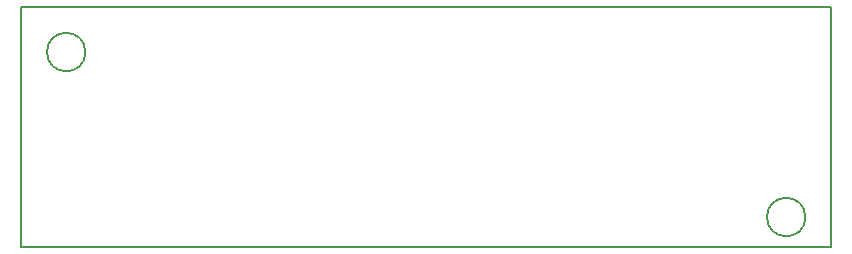
<source format=gm1>
G04 #@! TF.GenerationSoftware,KiCad,Pcbnew,5.0.0-fee4fd1~66~ubuntu18.04.1*
G04 #@! TF.CreationDate,2018-12-05T21:06:15-05:00*
G04 #@! TF.ProjectId,Steering2,5374656572696E67322E6B696361645F,rev?*
G04 #@! TF.SameCoordinates,Original*
G04 #@! TF.FileFunction,Profile,NP*
%FSLAX46Y46*%
G04 Gerber Fmt 4.6, Leading zero omitted, Abs format (unit mm)*
G04 Created by KiCad (PCBNEW 5.0.0-fee4fd1~66~ubuntu18.04.1) date Wed Dec  5 21:06:15 2018*
%MOMM*%
%LPD*%
G01*
G04 APERTURE LIST*
%ADD10C,0.150000*%
G04 APERTURE END LIST*
D10*
X93828394Y-42672000D02*
G75*
G03X93828394Y-42672000I-1626394J0D01*
G01*
X32868394Y-28702000D02*
G75*
G03X32868394Y-28702000I-1626394J0D01*
G01*
X96012000Y-24892000D02*
X27432000Y-24892000D01*
X96012000Y-45212000D02*
X96012000Y-24892000D01*
X27432000Y-45212000D02*
X96012000Y-45212000D01*
X27432000Y-24892000D02*
X27432000Y-45212000D01*
M02*

</source>
